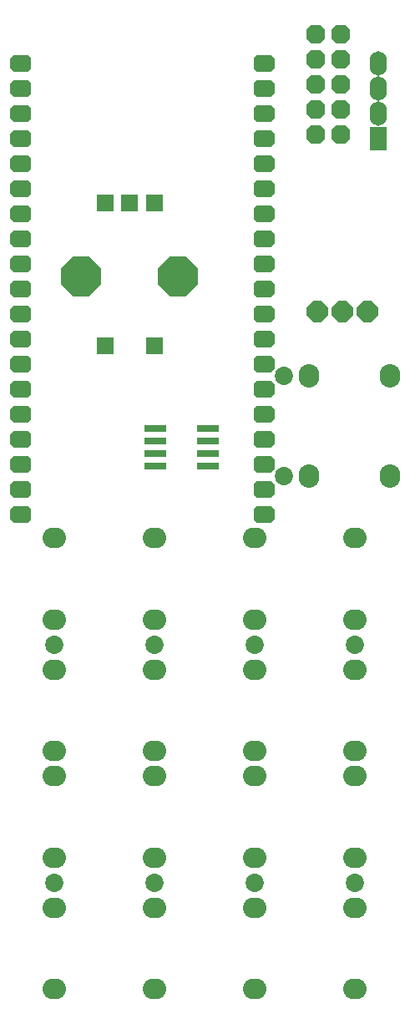
<source format=gbs>
G04 DipTrace 3.3.0.0*
G04 esp02.GBS*
%MOIN*%
G04 #@! TF.FileFunction,Soldermask,Bot*
G04 #@! TF.Part,Single*
%AMOUTLINE1*
4,1,8,
-0.017397,0.042,
-0.042,0.017397,
-0.042,-0.017397,
-0.017397,-0.042,
0.017397,-0.042,
0.042,-0.017397,
0.042,0.017397,
0.017397,0.042,
-0.017397,0.042,
0*%
%AMOUTLINE4*
4,1,8,
0.015816,0.038184,
0.038184,0.015816,
0.038184,-0.015816,
0.015816,-0.038184,
-0.015816,-0.038184,
-0.038184,-0.015816,
-0.038184,0.015816,
-0.015816,0.038184,
0.015816,0.038184,
0*%
%AMOUTLINE7*
4,1,8,
0.036657,-0.034,
-0.016157,-0.034,
-0.034,-0.016157,
-0.034,0.016157,
-0.016157,0.034,
0.036657,0.034,
0.049,0.021657,
0.049,-0.021657,
0.036657,-0.034,
0*%
%AMOUTLINE10*
4,1,8,
-0.036657,0.034,
0.016157,0.034,
0.034,0.016157,
0.034,-0.016157,
0.016157,-0.034,
-0.036657,-0.034,
-0.049,-0.021657,
-0.049,0.021657,
-0.036657,0.034,
0*%
%AMOUTLINE13*
4,1,8,
0.079118,-0.032772,
0.032772,-0.079118,
-0.032772,-0.079118,
-0.079118,-0.032772,
-0.079118,0.032772,
-0.032772,0.079118,
0.032772,0.079118,
0.079118,0.032772,
0.079118,-0.032772,
0*%
%ADD61O,0.068X0.098*%
%ADD63R,0.068X0.098*%
%ADD67R,0.06737X0.06737*%
%ADD69R,0.08674X0.031622*%
%ADD77O,0.093X0.083*%
%ADD79C,0.073*%
%ADD81O,0.083X0.093*%
%ADD112OUTLINE1*%
%ADD115OUTLINE4*%
%ADD118OUTLINE7*%
%ADD121OUTLINE10*%
%ADD124OUTLINE13*%
%FSLAX26Y26*%
G04*
G70*
G90*
G75*
G01*
G04 BotMask*
%LPD*%
D112*
X1638000Y3155722D3*
X1738000D3*
X1838000D3*
D81*
X1603699Y2898836D3*
X1928699D3*
D79*
X1503699D3*
D81*
X1603699Y2496100D3*
X1928699D3*
D79*
X1503699D3*
D77*
X1788000Y1925751D3*
Y2250751D3*
D79*
Y1825751D3*
D77*
X1388000Y1925751D3*
Y2250751D3*
D79*
Y1825751D3*
D77*
X988000Y1925751D3*
Y2250751D3*
D79*
Y1825751D3*
D77*
X588000Y1925751D3*
Y2250751D3*
D79*
Y1825751D3*
D77*
X1788000Y1724751D3*
Y1399751D3*
D79*
Y1824751D3*
D77*
X1388000Y1724751D3*
Y1399751D3*
D79*
Y1824751D3*
D77*
X988000Y1724751D3*
Y1399751D3*
D79*
Y1824751D3*
D77*
X588000Y1724751D3*
Y1399751D3*
D79*
Y1824751D3*
D77*
X1788000Y975751D3*
Y1300751D3*
D79*
Y875751D3*
D77*
X1388000Y975751D3*
Y1300751D3*
D79*
Y875751D3*
D77*
X988000Y975751D3*
Y1300751D3*
D79*
Y875751D3*
D77*
X588000Y975751D3*
Y1300751D3*
D79*
Y875751D3*
D77*
X1788000Y774751D3*
Y449751D3*
D79*
Y874751D3*
D77*
X1388000Y774751D3*
Y449751D3*
D79*
Y874751D3*
D77*
X988000Y774751D3*
Y449751D3*
D79*
Y874751D3*
D77*
X588000Y774751D3*
Y449751D3*
D79*
Y874751D3*
D115*
X1731816Y3861273D3*
X1631816D3*
X1731816Y3961273D3*
X1631816D3*
X1731816Y4061273D3*
X1631816D3*
X1731816Y4161273D3*
X1631816D3*
X1731816Y4261273D3*
X1631816D3*
D118*
X443870Y4144007D3*
X443864Y4044000D3*
Y3944000D3*
Y3844000D3*
Y3744000D3*
Y3644000D3*
Y3544000D3*
Y3444000D3*
Y3344000D3*
Y3244000D3*
Y3144000D3*
Y3044000D3*
Y2944000D3*
Y2844000D3*
Y2744000D3*
Y2644000D3*
Y2544000D3*
Y2444000D3*
Y2344000D3*
D121*
X1435596D3*
Y2444000D3*
Y2544000D3*
Y2644000D3*
Y2744000D3*
Y2844000D3*
Y2944000D3*
Y3044000D3*
Y3144000D3*
Y3244000D3*
Y3344000D3*
Y3444000D3*
Y3544000D3*
Y3644000D3*
Y3744000D3*
Y3844000D3*
X1435570Y3944007D3*
X1435596Y4044000D3*
Y4144000D3*
D69*
X1201928Y2688797D3*
Y2638797D3*
Y2588797D3*
Y2538797D3*
X989329D3*
Y2588797D3*
Y2638797D3*
Y2688797D3*
D67*
X789575Y3589276D3*
X888000D3*
X986425D3*
X789575Y3018409D3*
X986425D3*
D124*
X695087Y3294000D3*
X1080913D3*
D63*
X1881749Y3844000D3*
D61*
Y3944000D3*
Y4044000D3*
Y4144000D3*
M02*

</source>
